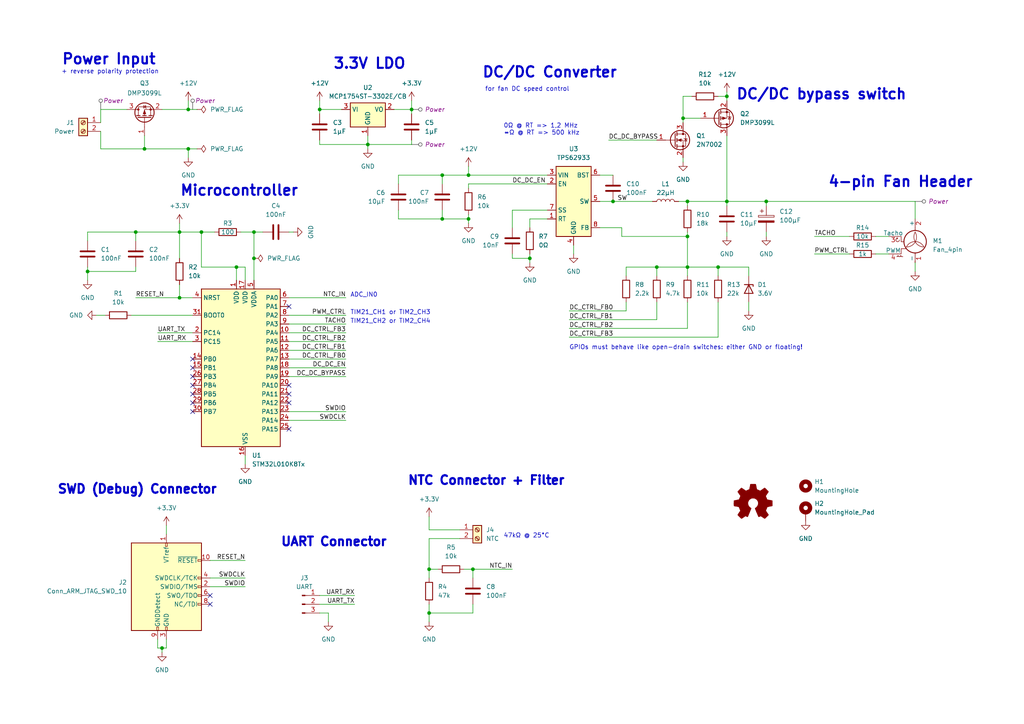
<source format=kicad_sch>
(kicad_sch (version 20230121) (generator eeschema)
  (paper "A4")
  (title_block (title "TinyFanControl") (date "2023-08-29") (rev "A") (company "© Thomas Kolb \"cfr34k\" 2023") (comment 1 "Licensed under CERN OHL 1.2"))
  (lib_symbols
    (symbol "Connector:Conn_01x03_Pin" (pin_names (offset 1.016) hide)
      (property "Reference" "J" (at 0 5.08 0))
      (property "Value" "Conn_01x03_Pin" (at 0 -5.08 0))
      (symbol "Conn_01x03_Pin_1_1"
        (pin passive line (at 5.08 2.54 180) (length 3.81) (name "Pin_1") (number "1"))
        (pin passive line (at 5.08 0 180) (length 3.81) (name "Pin_2") (number "2"))
        (pin passive line (at 5.08 -2.54 180) (length 3.81) (name "Pin_3") (number "3"))
      )
    )
    (symbol "Connector:Conn_ARM_JTAG_SWD_10" (pin_names (offset 1.016))
      (property "Reference" "J" (at -2.54 16.51 0))
      (property "Value" "Conn_ARM_JTAG_SWD_10" (at -2.54 13.97 0))
      (symbol "Conn_ARM_JTAG_SWD_10_1_1"
        (pin power_in line (at 0 15.24 270) (length 2.54) (name "VTref") (number "1"))
        (pin open_collector line (at 12.7 7.62 180) (length 2.54) (name "~{RESET}") (number "10"))
        (pin bidirectional line (at 12.7 0 180) (length 2.54) (name "SWDIO/TMS") (number "2"))
        (pin power_in line (at 0 -15.24 90) (length 2.54) (name "GND") (number "3"))
        (pin output line (at 12.7 2.54 180) (length 2.54) (name "SWDCLK/TCK") (number "4"))
        (pin passive line (at 0 -15.24 90) (length 2.54) hide (name "GND") (number "5"))
        (pin input line (at 12.7 -2.54 180) (length 2.54) (name "SWO/TDO") (number "6"))
        (pin no_connect line (at -10.16 0 0) (length 2.54) hide (name "KEY") (number "7"))
        (pin output line (at 12.7 -5.08 180) (length 2.54) (name "NC/TDI") (number "8"))
        (pin passive line (at -2.54 -15.24 90) (length 2.54) (name "GNDDetect") (number "9"))
      )
    )
    (symbol "Connector:Screw_Terminal_01x02" (pin_names (offset 1.016) hide)
      (property "Reference" "J" (at 0 2.54 0))
      (property "Value" "Screw_Terminal_01x02" (at 0 -5.08 0))
      (symbol "Screw_Terminal_01x02_1_1"
        (pin passive line (at -5.08 0 0) (length 3.81) (name "Pin_1") (number "1"))
        (pin passive line (at -5.08 -2.54 0) (length 3.81) (name "Pin_2") (number "2"))
      )
    )
    (symbol "Device:C" (pin_numbers hide) (pin_names (offset 0.254))
      (property "Reference" "C" (at 0.635 2.54 0))
      (property "Value" "C" (at 0.635 -2.54 0))
      (symbol "C_1_1"
        (pin passive line (at 0 3.81 270) (length 2.794) (name "~") (number "1"))
        (pin passive line (at 0 -3.81 90) (length 2.794) (name "~") (number "2"))
      )
    )
    (symbol "Device:C_Polarized" (pin_numbers hide) (pin_names (offset 0.254))
      (property "Reference" "C" (at 0.635 2.54 0))
      (property "Value" "C_Polarized" (at 0.635 -2.54 0))
      (symbol "C_Polarized_1_1"
        (pin passive line (at 0 3.81 270) (length 2.794) (name "~") (number "1"))
        (pin passive line (at 0 -3.81 90) (length 2.794) (name "~") (number "2"))
      )
    )
    (symbol "Device:D_Zener" (pin_numbers hide) (pin_names (offset 1.016) hide)
      (property "Reference" "D" (at 0 2.54 0))
      (property "Value" "D_Zener" (at 0 -2.54 0))
      (symbol "D_Zener_1_1"
        (pin passive line (at -3.81 0 0) (length 2.54) (name "K") (number "1"))
        (pin passive line (at 3.81 0 180) (length 2.54) (name "A") (number "2"))
      )
    )
    (symbol "Device:L" (pin_numbers hide) (pin_names (offset 1.016) hide)
      (property "Reference" "L" (at -1.27 0 90))
      (property "Value" "L" (at 1.905 0 90))
      (symbol "L_1_1"
        (pin passive line (at 0 3.81 270) (length 1.27) (name "1") (number "1"))
        (pin passive line (at 0 -3.81 90) (length 1.27) (name "2") (number "2"))
      )
    )
    (symbol "Device:R" (pin_numbers hide) (pin_names (offset 0))
      (property "Reference" "R" (at 2.032 0 90))
      (property "Value" "R" (at 0 0 90))
      (symbol "R_1_1"
        (pin passive line (at 0 3.81 270) (length 1.27) (name "~") (number "1"))
        (pin passive line (at 0 -3.81 90) (length 1.27) (name "~") (number "2"))
      )
    )
    (symbol "Graphic:Logo_Open_Hardware_Small" (in_bom no) (on_board no))
    (symbol "MCU_ST_STM32L0:STM32L010K8Tx"
      (property "Reference" "U" (at -10.16 24.13 0))
      (property "Value" "STM32L010K8Tx" (at 7.62 24.13 0))
      (symbol "STM32L010K8Tx_1_1"
        (pin power_in line (at 0 25.4 270) (length 2.54) (name "VDD") (number "1"))
        (pin bidirectional line (at 15.24 10.16 180) (length 2.54) (name "PA4") (number "10"))
        (pin bidirectional line (at 15.24 7.62 180) (length 2.54) (name "PA5") (number "11"))
        (pin bidirectional line (at 15.24 5.08 180) (length 2.54) (name "PA6") (number "12"))
        (pin bidirectional line (at 15.24 2.54 180) (length 2.54) (name "PA7") (number "13"))
        (pin bidirectional line (at -12.7 2.54 0) (length 2.54) (name "PB0") (number "14"))
        (pin bidirectional line (at -12.7 0 0) (length 2.54) (name "PB1") (number "15"))
        (pin power_in line (at 2.54 -25.4 90) (length 2.54) (name "VSS") (number "16"))
        (pin power_in line (at 2.54 25.4 270) (length 2.54) (name "VDD") (number "17"))
        (pin bidirectional line (at 15.24 0 180) (length 2.54) (name "PA8") (number "18"))
        (pin bidirectional line (at 15.24 -2.54 180) (length 2.54) (name "PA9") (number "19"))
        (pin bidirectional line (at -12.7 10.16 0) (length 2.54) (name "PC14") (number "2"))
        (pin bidirectional line (at 15.24 -5.08 180) (length 2.54) (name "PA10") (number "20"))
        (pin bidirectional line (at 15.24 -7.62 180) (length 2.54) (name "PA11") (number "21"))
        (pin bidirectional line (at 15.24 -10.16 180) (length 2.54) (name "PA12") (number "22"))
        (pin bidirectional line (at 15.24 -12.7 180) (length 2.54) (name "PA13") (number "23"))
        (pin bidirectional line (at 15.24 -15.24 180) (length 2.54) (name "PA14") (number "24"))
        (pin bidirectional line (at 15.24 -17.78 180) (length 2.54) (name "PA15") (number "25"))
        (pin bidirectional line (at -12.7 -2.54 0) (length 2.54) (name "PB3") (number "26"))
        (pin bidirectional line (at -12.7 -5.08 0) (length 2.54) (name "PB4") (number "27"))
        (pin bidirectional line (at -12.7 -7.62 0) (length 2.54) (name "PB5") (number "28"))
        (pin bidirectional line (at -12.7 -10.16 0) (length 2.54) (name "PB6") (number "29"))
        (pin bidirectional line (at -12.7 7.62 0) (length 2.54) (name "PC15") (number "3"))
        (pin bidirectional line (at -12.7 -12.7 0) (length 2.54) (name "PB7") (number "30"))
        (pin input line (at -12.7 15.24 0) (length 2.54) (name "BOOT0") (number "31"))
        (pin passive line (at 2.54 -25.4 90) (length 2.54) hide (name "VSS") (number "32"))
        (pin input line (at -12.7 20.32 0) (length 2.54) (name "NRST") (number "4"))
        (pin power_in line (at 5.08 25.4 270) (length 2.54) (name "VDDA") (number "5"))
        (pin bidirectional line (at 15.24 20.32 180) (length 2.54) (name "PA0") (number "6"))
        (pin bidirectional line (at 15.24 17.78 180) (length 2.54) (name "PA1") (number "7"))
        (pin bidirectional line (at 15.24 15.24 180) (length 2.54) (name "PA2") (number "8"))
        (pin bidirectional line (at 15.24 12.7 180) (length 2.54) (name "PA3") (number "9"))
      )
    )
    (symbol "Mechanical:MountingHole" (pin_names (offset 1.016))
      (property "Reference" "H" (at 0 5.08 0))
      (property "Value" "MountingHole" (at 0 3.175 0))
    )
    (symbol "Mechanical:MountingHole_Pad" (pin_numbers hide) (pin_names (offset 1.016) hide)
      (property "Reference" "H" (at 0 6.35 0))
      (property "Value" "MountingHole_Pad" (at 0 4.445 0))
      (symbol "MountingHole_Pad_1_1"
        (pin input line (at 0 -2.54 90) (length 2.54) (name "1") (number "1"))
      )
    )
    (symbol "Motor:Fan_4pin" (pin_names (offset 0))
      (property "Reference" "M" (at 2.54 5.08 0))
      (property "Value" "Fan_4pin" (at 2.54 -2.54 0))
      (symbol "Fan_4pin_1_1"
        (pin passive line (at 0 -5.08 90) (length 2.54) (name "-") (number "1"))
        (pin passive line (at 0 7.62 270) (length 2.54) (name "+") (number "2"))
        (pin passive line (at -7.62 2.54 0) (length 2.54) (name "Tacho") (number "3"))
        (pin input line (at -7.62 -2.54 0) (length 2.54) (name "PWM") (number "4"))
      )
    )
    (symbol "Regulator_Linear:MCP1754S-3302xCB"
      (property "Reference" "U" (at -3.81 3.175 0))
      (property "Value" "MCP1754S-3302xCB" (at -0.635 3.175 0))
      (symbol "MCP1754S-3302xCB_1_1"
        (pin power_in line (at 0 -7.62 90) (length 2.54) (name "GND") (number "1"))
        (pin power_out line (at 7.62 0 180) (length 2.54) (name "VO") (number "2"))
        (pin power_in line (at -7.62 0 0) (length 2.54) (name "VI") (number "3"))
      )
    )
    (symbol "Regulator_Switching:TPS62933"
      (property "Reference" "U" (at 0 13.97 0))
      (property "Value" "TPS62933" (at 0 11.43 0))
      (symbol "TPS62933_1_1"
        (pin passive line (at -7.62 -5.08 0) (length 2.54) (name "RT") (number "1"))
        (pin input line (at -7.62 5.08 0) (length 2.54) (name "EN") (number "2"))
        (pin power_in line (at -7.62 7.62 0) (length 2.54) (name "VIN") (number "3"))
        (pin power_in line (at 0 -12.7 90) (length 2.54) (name "GND") (number "4"))
        (pin output line (at 7.62 0 180) (length 2.54) (name "SW") (number "5"))
        (pin passive line (at 7.62 7.62 180) (length 2.54) (name "BST") (number "6"))
        (pin passive line (at -7.62 -2.54 0) (length 2.54) (name "SS") (number "7"))
        (pin input line (at 7.62 -7.62 180) (length 2.54) (name "FB") (number "8"))
      )
    )
    (symbol "Transistor_FET:2N7002" (pin_names hide)
      (property "Reference" "Q" (at 5.08 1.905 0))
      (property "Value" "2N7002" (at 5.08 0 0))
      (symbol "2N7002_1_1"
        (pin input line (at -5.08 0 0) (length 2.54) (name "G") (number "1"))
        (pin passive line (at 2.54 -5.08 90) (length 2.54) (name "S") (number "2"))
        (pin passive line (at 2.54 5.08 270) (length 2.54) (name "D") (number "3"))
      )
    )
    (symbol "Transistor_FET:DMP3099L" (pin_names hide)
      (property "Reference" "Q" (at 5.08 1.905 0))
      (property "Value" "DMP3099L" (at 5.08 0 0))
      (symbol "DMP3099L_1_1"
        (pin input line (at -5.08 0 0) (length 2.54) (name "G") (number "1"))
        (pin passive line (at 2.54 -5.08 90) (length 2.54) (name "S") (number "2"))
        (pin passive line (at 2.54 5.08 270) (length 2.54) (name "D") (number "3"))
      )
    )
    (symbol "power:+12V" (power) (pin_names (offset 0))
      (property "Value" "+12V" (at 0 3.556 0))
      (symbol "+12V_1_1"
        (pin power_in line (at 0 0 90) (length 0) hide (name "+12V") (number "1"))
      )
    )
    (symbol "power:+3.3V" (power) (pin_names (offset 0))
      (property "Value" "+3.3V" (at 0 3.556 0))
      (symbol "+3.3V_1_1"
        (pin power_in line (at 0 0 90) (length 0) hide (name "+3.3V") (number "1"))
      )
    )
    (symbol "power:GND" (power) (pin_names (offset 0))
      (property "Value" "GND" (at 0 -3.81 0))
      (symbol "GND_1_1"
        (pin power_in line (at 0 0 270) (length 0) hide (name "GND") (number "1"))
      )
    )
    (symbol "power:PWR_FLAG" (power) (pin_numbers hide) (pin_names (offset 0) hide)
      (property "Value" "PWR_FLAG" (at 0 3.81 0))
      (symbol "PWR_FLAG_0_0"
        (pin power_out line (at 0 0 90) (length 0) (name "pwr") (number "1"))
      )
    )
  )
  (junction (at 58.42 67.31))
  (junction (at 222.25 58.42))
  (junction (at 73.66 74.93))
  (junction (at 190.5 77.47))
  (junction (at 128.27 50.8))
  (junction (at 153.67 74.93))
  (junction (at 73.66 67.31))
  (junction (at 52.07 67.31))
  (junction (at 135.89 63.5))
  (junction (at 137.16 165.1))
  (junction (at 199.39 77.47))
  (junction (at 41.91 43.18))
  (junction (at 68.58 77.47))
  (junction (at 124.46 165.1))
  (junction (at 54.61 43.18))
  (junction (at 106.68 41.91))
  (junction (at 25.4 78.74))
  (junction (at 177.8 58.42))
  (junction (at 210.82 58.42))
  (junction (at 39.37 67.31))
  (junction (at 208.28 77.47))
  (junction (at 198.12 34.29))
  (junction (at 54.61 31.75))
  (junction (at 52.07 86.36))
  (junction (at 135.89 50.8))
  (junction (at 199.39 68.58))
  (junction (at 124.46 177.8))
  (junction (at 92.71 31.75))
  (junction (at 128.27 63.5))
  (junction (at 210.82 27.94))
  (junction (at 119.38 31.75))
  (junction (at 46.99 187.96))
  (junction (at 199.39 58.42))
  (no_connect (at 55.88 104.14))
  (no_connect (at 83.82 124.46))
  (no_connect (at 83.82 116.84))
  (no_connect (at 55.88 114.3))
  (no_connect (at 83.82 88.9))
  (no_connect (at 55.88 106.68))
  (no_connect (at 55.88 119.38))
  (no_connect (at 55.88 116.84))
  (no_connect (at 83.82 114.3))
  (no_connect (at 55.88 109.22))
  (no_connect (at 83.82 111.76))
  (no_connect (at 55.88 111.76))
  (no_connect (at 60.96 172.72))
  (no_connect (at 60.96 175.26))
  (wire (pts (xy 71.12 132.08) (xy 71.12 134.62)))
  (wire (pts (xy 71.12 77.47) (xy 71.12 81.28)))
  (wire (pts (xy 210.82 59.69) (xy 210.82 58.42)))
  (wire (pts (xy 83.82 99.06) (xy 100.33 99.06)))
  (wire (pts (xy 39.37 77.47) (xy 39.37 78.74)))
  (wire (pts (xy 137.16 165.1) (xy 137.16 167.64)))
  (wire (pts (xy 199.39 68.58) (xy 199.39 77.47)))
  (wire (pts (xy 52.07 64.77) (xy 52.07 67.31)))
  (wire (pts (xy 254 68.58) (xy 257.81 68.58)))
  (wire (pts (xy 148.59 74.93) (xy 153.67 74.93)))
  (wire (pts (xy 222.25 67.31) (xy 222.25 68.58)))
  (wire (pts (xy 217.17 80.01) (xy 217.17 77.47)))
  (wire (pts (xy 124.46 165.1) (xy 127 165.1)))
  (wire (pts (xy 124.46 177.8) (xy 124.46 175.26)))
  (wire (pts (xy 39.37 86.36) (xy 52.07 86.36)))
  (wire (pts (xy 165.1 90.17) (xy 181.61 90.17)))
  (wire (pts (xy 83.82 109.22) (xy 100.33 109.22)))
  (wire (pts (xy 83.82 101.6) (xy 100.33 101.6)))
  (wire (pts (xy 210.82 39.37) (xy 210.82 58.42)))
  (wire (pts (xy 190.5 87.63) (xy 190.5 92.71)))
  (wire (pts (xy 217.17 77.47) (xy 208.28 77.47)))
  (wire (pts (xy 165.1 92.71) (xy 190.5 92.71)))
  (wire (pts (xy 137.16 177.8) (xy 124.46 177.8)))
  (wire (pts (xy 39.37 67.31) (xy 52.07 67.31)))
  (wire (pts (xy 135.89 54.61) (xy 135.89 53.34)))
  (wire (pts (xy 92.71 29.21) (xy 92.71 31.75)))
  (wire (pts (xy 199.39 58.42) (xy 199.39 59.69)))
  (wire (pts (xy 198.12 27.94) (xy 200.66 27.94)))
  (wire (pts (xy 124.46 153.67) (xy 133.35 153.67)))
  (wire (pts (xy 95.25 177.8) (xy 95.25 180.34)))
  (wire (pts (xy 190.5 80.01) (xy 190.5 77.47)))
  (wire (pts (xy 148.59 66.04) (xy 148.59 60.96)))
  (wire (pts (xy 124.46 165.1) (xy 124.46 156.21)))
  (wire (pts (xy 29.21 43.18) (xy 41.91 43.18)))
  (wire (pts (xy 41.91 39.37) (xy 41.91 43.18)))
  (wire (pts (xy 83.82 93.98) (xy 100.33 93.98)))
  (wire (pts (xy 73.66 81.28) (xy 73.66 74.93)))
  (wire (pts (xy 135.89 48.26) (xy 135.89 50.8)))
  (wire (pts (xy 198.12 34.29) (xy 198.12 35.56)))
  (wire (pts (xy 52.07 67.31) (xy 52.07 74.93)))
  (wire (pts (xy 60.96 170.18) (xy 71.12 170.18)))
  (wire (pts (xy 173.99 50.8) (xy 177.8 50.8)))
  (wire (pts (xy 83.82 86.36) (xy 100.33 86.36)))
  (wire (pts (xy 128.27 60.96) (xy 128.27 63.5)))
  (wire (pts (xy 177.8 58.42) (xy 189.23 58.42)))
  (wire (pts (xy 106.68 41.91) (xy 92.71 41.91)))
  (wire (pts (xy 265.43 76.2) (xy 265.43 78.74)))
  (wire (pts (xy 60.96 162.56) (xy 71.12 162.56)))
  (wire (pts (xy 54.61 29.21) (xy 54.61 31.75)))
  (wire (pts (xy 68.58 77.47) (xy 68.58 81.28)))
  (wire (pts (xy 236.22 68.58) (xy 246.38 68.58)))
  (wire (pts (xy 25.4 77.47) (xy 25.4 78.74)))
  (wire (pts (xy 222.25 58.42) (xy 222.25 59.69)))
  (wire (pts (xy 54.61 43.18) (xy 54.61 45.72)))
  (wire (pts (xy 119.38 31.75) (xy 119.38 33.02)))
  (wire (pts (xy 69.85 67.31) (xy 73.66 67.31)))
  (wire (pts (xy 92.71 31.75) (xy 99.06 31.75)))
  (wire (pts (xy 106.68 39.37) (xy 106.68 41.91)))
  (wire (pts (xy 173.99 58.42) (xy 177.8 58.42)))
  (wire (pts (xy 29.21 31.75) (xy 36.83 31.75)))
  (wire (pts (xy 153.67 73.66) (xy 153.67 74.93)))
  (wire (pts (xy 180.34 68.58) (xy 199.39 68.58)))
  (wire (pts (xy 165.1 95.25) (xy 199.39 95.25)))
  (wire (pts (xy 83.82 119.38) (xy 100.33 119.38)))
  (wire (pts (xy 52.07 86.36) (xy 55.88 86.36)))
  (wire (pts (xy 181.61 77.47) (xy 190.5 77.47)))
  (wire (pts (xy 54.61 31.75) (xy 57.15 31.75)))
  (wire (pts (xy 115.57 60.96) (xy 115.57 63.5)))
  (wire (pts (xy 45.72 185.42) (xy 45.72 187.96)))
  (wire (pts (xy 148.59 73.66) (xy 148.59 74.93)))
  (wire (pts (xy 135.89 50.8) (xy 158.75 50.8)))
  (wire (pts (xy 208.28 77.47) (xy 208.28 80.01)))
  (wire (pts (xy 83.82 96.52) (xy 100.33 96.52)))
  (wire (pts (xy 41.91 43.18) (xy 54.61 43.18)))
  (wire (pts (xy 176.53 40.64) (xy 190.5 40.64)))
  (wire (pts (xy 180.34 68.58) (xy 180.34 66.04)))
  (wire (pts (xy 83.82 106.68) (xy 100.33 106.68)))
  (wire (pts (xy 198.12 45.72) (xy 198.12 46.99)))
  (wire (pts (xy 199.39 77.47) (xy 208.28 77.47)))
  (wire (pts (xy 199.39 87.63) (xy 199.39 95.25)))
  (wire (pts (xy 39.37 67.31) (xy 39.37 69.85)))
  (wire (pts (xy 83.82 67.31) (xy 85.09 67.31)))
  (wire (pts (xy 137.16 175.26) (xy 137.16 177.8)))
  (wire (pts (xy 83.82 121.92) (xy 100.33 121.92)))
  (wire (pts (xy 46.99 31.75) (xy 54.61 31.75)))
  (wire (pts (xy 181.61 80.01) (xy 181.61 77.47)))
  (wire (pts (xy 73.66 67.31) (xy 76.2 67.31)))
  (wire (pts (xy 153.67 63.5) (xy 158.75 63.5)))
  (wire (pts (xy 48.26 187.96) (xy 48.26 185.42)))
  (wire (pts (xy 60.96 167.64) (xy 71.12 167.64)))
  (wire (pts (xy 190.5 77.47) (xy 199.39 77.47)))
  (wire (pts (xy 210.82 67.31) (xy 210.82 68.58)))
  (wire (pts (xy 29.21 31.75) (xy 29.21 35.56)))
  (wire (pts (xy 58.42 67.31) (xy 52.07 67.31)))
  (wire (pts (xy 124.46 177.8) (xy 124.46 180.34)))
  (wire (pts (xy 58.42 67.31) (xy 62.23 67.31)))
  (wire (pts (xy 128.27 63.5) (xy 135.89 63.5)))
  (wire (pts (xy 210.82 27.94) (xy 210.82 29.21)))
  (wire (pts (xy 119.38 41.91) (xy 106.68 41.91)))
  (wire (pts (xy 92.71 175.26) (xy 102.87 175.26)))
  (wire (pts (xy 68.58 77.47) (xy 58.42 77.47)))
  (wire (pts (xy 180.34 66.04) (xy 173.99 66.04)))
  (wire (pts (xy 73.66 74.93) (xy 73.66 67.31)))
  (wire (pts (xy 236.22 73.66) (xy 246.38 73.66)))
  (wire (pts (xy 119.38 40.64) (xy 119.38 41.91)))
  (wire (pts (xy 196.85 58.42) (xy 199.39 58.42)))
  (wire (pts (xy 45.72 187.96) (xy 46.99 187.96)))
  (wire (pts (xy 199.39 58.42) (xy 210.82 58.42)))
  (wire (pts (xy 165.1 97.79) (xy 208.28 97.79)))
  (wire (pts (xy 124.46 149.86) (xy 124.46 153.67)))
  (wire (pts (xy 83.82 104.14) (xy 100.33 104.14)))
  (wire (pts (xy 25.4 78.74) (xy 39.37 78.74)))
  (wire (pts (xy 45.72 99.06) (xy 55.88 99.06)))
  (wire (pts (xy 38.1 91.44) (xy 55.88 91.44)))
  (wire (pts (xy 92.71 33.02) (xy 92.71 31.75)))
  (wire (pts (xy 199.39 77.47) (xy 199.39 80.01)))
  (wire (pts (xy 265.43 58.42) (xy 265.43 63.5)))
  (wire (pts (xy 166.37 71.12) (xy 166.37 73.66)))
  (wire (pts (xy 128.27 50.8) (xy 135.89 50.8)))
  (wire (pts (xy 208.28 87.63) (xy 208.28 97.79)))
  (wire (pts (xy 135.89 63.5) (xy 135.89 64.77)))
  (wire (pts (xy 92.71 177.8) (xy 95.25 177.8)))
  (wire (pts (xy 135.89 62.23) (xy 135.89 63.5)))
  (wire (pts (xy 115.57 63.5) (xy 128.27 63.5)))
  (wire (pts (xy 153.67 66.04) (xy 153.67 63.5)))
  (wire (pts (xy 92.71 172.72) (xy 102.87 172.72)))
  (wire (pts (xy 137.16 165.1) (xy 148.59 165.1)))
  (wire (pts (xy 135.89 53.34) (xy 158.75 53.34)))
  (wire (pts (xy 106.68 41.91) (xy 106.68 43.18)))
  (wire (pts (xy 181.61 87.63) (xy 181.61 90.17)))
  (wire (pts (xy 25.4 67.31) (xy 39.37 67.31)))
  (wire (pts (xy 124.46 167.64) (xy 124.46 165.1)))
  (wire (pts (xy 58.42 77.47) (xy 58.42 67.31)))
  (wire (pts (xy 115.57 53.34) (xy 115.57 50.8)))
  (wire (pts (xy 27.94 91.44) (xy 30.48 91.44)))
  (wire (pts (xy 48.26 152.4) (xy 48.26 154.94)))
  (wire (pts (xy 45.72 96.52) (xy 55.88 96.52)))
  (wire (pts (xy 46.99 187.96) (xy 46.99 189.23)))
  (wire (pts (xy 153.67 74.93) (xy 153.67 76.2)))
  (wire (pts (xy 217.17 87.63) (xy 217.17 90.17)))
  (wire (pts (xy 222.25 58.42) (xy 265.43 58.42)))
  (wire (pts (xy 54.61 43.18) (xy 57.15 43.18)))
  (wire (pts (xy 29.21 43.18) (xy 29.21 38.1)))
  (wire (pts (xy 128.27 53.34) (xy 128.27 50.8)))
  (wire (pts (xy 115.57 50.8) (xy 128.27 50.8)))
  (wire (pts (xy 25.4 78.74) (xy 25.4 81.28)))
  (wire (pts (xy 46.99 187.96) (xy 48.26 187.96)))
  (wire (pts (xy 134.62 165.1) (xy 137.16 165.1)))
  (wire (pts (xy 114.3 31.75) (xy 119.38 31.75)))
  (wire (pts (xy 254 73.66) (xy 257.81 73.66)))
  (wire (pts (xy 210.82 26.67) (xy 210.82 27.94)))
  (wire (pts (xy 68.58 77.47) (xy 71.12 77.47)))
  (wire (pts (xy 92.71 41.91) (xy 92.71 40.64)))
  (wire (pts (xy 210.82 58.42) (xy 222.25 58.42)))
  (wire (pts (xy 198.12 34.29) (xy 198.12 27.94)))
  (wire (pts (xy 199.39 67.31) (xy 199.39 68.58)))
  (wire (pts (xy 148.59 60.96) (xy 158.75 60.96)))
  (wire (pts (xy 83.82 91.44) (xy 100.33 91.44)))
  (wire (pts (xy 25.4 67.31) (xy 25.4 69.85)))
  (wire (pts (xy 124.46 156.21) (xy 133.35 156.21)))
  (wire (pts (xy 208.28 27.94) (xy 210.82 27.94)))
  (wire (pts (xy 52.07 82.55) (xy 52.07 86.36)))
  (wire (pts (xy 198.12 34.29) (xy 203.2 34.29)))
  (wire (pts (xy 119.38 29.21) (xy 119.38 31.75)))
  (text "Power Input" (at 17.78 19.05 0) (effects (font (size 3 3) (thickness 0.6) bold) (justify left bottom)))
  (text "TIM21_CH2 or TIM2_CH4\n" (at 101.6 93.98 0) (effects (font (size 1.27 1.27)) (justify left bottom)))
  (text "3.3V LDO" (at 96.52 20.32 0) (effects (font (size 3 3) (thickness 0.6) bold) (justify left bottom)))
  (text "ADC_IN0" (at 101.6 86.36 0) (effects (font (size 1.27 1.27)) (justify left bottom)))
  (text "4-pin Fan Header" (at 240.03 54.61 0) (effects (font (size 3 3) (thickness 0.6) bold) (justify left bottom)))
  (text "Microcontroller" (at 52.07 57.15 0) (effects (font (size 3 3) (thickness 0.6) bold) (justify left bottom)))
  (text "0Ω @ RT => 1,2 MHz\n∞Ω @ RT => 500 kHz" (at 146.05 39.37 0) (effects (font (size 1.27 1.27)) (justify left bottom)))
  (text "UART Connector" (at 81.28 158.75 0) (effects (font (size 2.54 2.54) (thickness 0.6) bold) (justify left bottom)))
  (text " for fan DC speed control" (at 139.7 26.67 0) (effects (font (size 1.27 1.27)) (justify left bottom)))
  (text "TIM21_CH1 or TIM2_CH3" (at 101.6 91.44 0) (effects (font (size 1.27 1.27)) (justify left bottom)))
  (text "DC/DC bypass switch" (at 213.36 29.21 0) (effects (font (size 3 3) (thickness 0.6) bold) (justify left bottom)))
  (text "DC/DC Converter" (at 139.7 22.86 0) (effects (font (size 3 3) (thickness 0.6) bold) (justify left bottom)))
  (text "47kΩ @ 25°C" (at 146.05 156.21 0) (effects (font (size 1.27 1.27)) (justify left bottom)))
  (text "GPIOs must behave like open-drain switches: either GND or floating!" (at 165.1 101.6 0) (effects (font (size 1.27 1.27)) (justify left bottom)))
  (text "NTC Connector + Filter" (at 118.11 140.97 0) (effects (font (size 2.54 2.54) (thickness 0.6) bold) (justify left bottom)))
  (text "SWD (Debug) Connector" (at 16.51 143.51 0) (effects (font (size 2.54 2.54) (thickness 0.6) bold) (justify left bottom)))
  (text "+ reverse polarity protection" (at 17.78 21.59 0) (effects (font (size 1.27 1.27)) (justify left bottom)))
  (label "DC_DC_EN" (at 148.59 53.34 0))
  (label "DC_DC_EN" (at 100.33 106.68 180))
  (label "DC_CTRL_FB3" (at 165.1 97.79 0))
  (label "SW" (at 179.07 58.42 0))
  (label "NTC_IN" (at 100.33 86.36 180))
  (label "DC_DC_BYPASS" (at 100.33 109.22 180))
  (label "DC_CTRL_FB1" (at 100.33 101.6 180))
  (label "DC_CTRL_FB1" (at 165.1 92.71 0))
  (label "RESET_N" (at 71.12 162.56 180))
  (label "RESET_N" (at 39.37 86.36 0))
  (label "SWDCLK" (at 100.33 121.92 180))
  (label "PWM_CTRL" (at 100.33 91.44 180))
  (label "TACHO" (at 236.22 68.58 0))
  (label "DC_CTRL_FB0" (at 100.33 104.14 180))
  (label "SWDIO" (at 100.33 119.38 180))
  (label "SWDCLK" (at 71.12 167.64 180))
  (label "PWM_CTRL" (at 236.22 73.66 0))
  (label "UART_RX" (at 45.72 99.06 0))
  (label "DC_CTRL_FB3" (at 100.33 96.52 180))
  (label "DC_CTRL_FB0" (at 165.1 90.17 0))
  (label "SWDIO" (at 71.12 170.18 180))
  (label "UART_TX" (at 45.72 96.52 0))
  (label "UART_RX" (at 102.87 172.72 180))
  (label "NTC_IN" (at 148.59 165.1 180))
  (label "DC_CTRL_FB2" (at 165.1 95.25 0))
  (label "DC_CTRL_FB2" (at 100.33 99.06 180))
  (label "TACHO" (at 100.33 93.98 180))
  (label "DC_DC_BYPASS" (at 176.53 40.64 0))
  (label "UART_TX" (at 102.87 175.26 180))
  (netclass_flag "" (length 2.54) (shape round) (at 265.43 58.42 270) (property "Netclass" "Power" (at 269.24 58.42 0) (effects (font italic) (justify left))))
  (netclass_flag "" (length 2.54) (shape round) (at 29.21 31.75 0) (property "Netclass" "Power" (at 29.9085 29.21 0) (effects (font italic) (justify left))))
  (netclass_flag "" (length 2.54) (shape round) (at 55.88 31.75 0) (property "Netclass" "Power" (at 56.5785 29.21 0) (effects (font italic) (justify left))))
  (netclass_flag "" (length 2.54) (shape round) (at 119.38 31.75 270) (property "Netclass" "Power" (at 123.19 31.75 0) (effects (font italic) (justify left))))
  (netclass_flag "" (length 2.54) (shape round) (at 119.38 41.91 270) (property "Netclass" "Power" (at 123.19 41.91 0) (effects (font italic) (justify left))))
  (symbol (lib_id "power:GND") (at 217.17 90.17 0) (unit 1)
    (property "Reference" "#PWR023" (effects hide))
    (property "Value" "GND" (at 217.17 95.25 0))
  )
  (symbol (lib_id "Connector:Conn_01x03_Pin") (at 87.63 175.26 0) (unit 1)
    (property "Reference" "J3" (at 88.265 167.64 0))
    (property "Value" "UART" (at 88.265 170.18 0))
    (property "Footprint" "Connector_PinHeader_2.54mm:PinHeader_1x03_P2.54mm_Vertical" (effects hide))
  )
  (symbol (lib_id "power:+3.3V") (at 124.46 149.86 0) (unit 1)
    (property "Reference" "#PWR014" (effects hide))
    (property "Value" "+3.3V" (at 124.46 144.78 0))
  )
  (symbol (lib_id "Mechanical:MountingHole") (at 233.68 140.97 0) (unit 1)
    (property "Reference" "H1" (at 236.22 139.7 0) (effects (justify left)))
    (property "Value" "MountingHole" (at 236.22 142.24 0) (effects (justify left)))
    (property "Footprint" "MountingHole:MountingHole_3.2mm_M3" (effects hide))
  )
  (symbol (lib_id "power:+3.3V") (at 119.38 29.21 0) (unit 1)
    (property "Reference" "#PWR012" (effects hide))
    (property "Value" "+3.3V" (at 119.38 24.13 0))
  )
  (symbol (lib_id "Device:R") (at 124.46 171.45 0) (unit 1)
    (property "Reference" "R4" (at 127 170.18 0) (effects (justify left)))
    (property "Value" "47k" (at 127 172.72 0) (effects (justify left)))
    (property "Footprint" "Resistor_SMD:R_0603_1608Metric" (effects hide))
  )
  (symbol (lib_id "Device:C") (at 25.4 73.66 0) (unit 1)
    (property "Reference" "C1" (at 29.21 72.39 0) (effects (justify left)))
    (property "Value" "100nF" (at 29.21 74.93 0) (effects (justify left)))
    (property "Footprint" "Capacitor_SMD:C_0603_1608Metric" (effects hide))
  )
  (symbol (lib_id "Device:C") (at 115.57 57.15 0) (mirror y) (unit 1)
    (property "Reference" "C6" (at 111.76 55.88 0) (effects (justify left)))
    (property "Value" "10μF" (at 111.76 58.42 0) (effects (justify left)))
    (property "Footprint" "Capacitor_SMD:C_0805_2012Metric" (effects hide))
  )
  (symbol (lib_id "Regulator_Switching:TPS62933") (at 166.37 58.42 0) (unit 1)
    (property "Reference" "U3" (at 166.37 43.18 0))
    (property "Value" "TPS62933" (at 166.37 45.72 0))
    (property "Footprint" "Package_TO_SOT_SMD:SOT-583-8" (effects hide))
    (property "Datasheet" "https://www.ti.com/lit/ds/symlink/tps62933.pdf" (effects hide))
  )
  (symbol (lib_id "Device:C") (at 39.37 73.66 0) (unit 1)
    (property "Reference" "C2" (at 43.18 72.39 0) (effects (justify left)))
    (property "Value" "100nF" (at 43.18 74.93 0) (effects (justify left)))
    (property "Footprint" "Capacitor_SMD:C_0603_1608Metric" (effects hide))
  )
  (symbol (lib_id "power:GND") (at 85.09 67.31 90) (unit 1)
    (property "Reference" "#PWR011" (effects hide))
    (property "Value" "GND" (at 90.17 67.31 0))
  )
  (symbol (lib_id "Device:R") (at 66.04 67.31 90) (unit 1)
    (property "Reference" "R3" (at 66.04 64.77 90))
    (property "Value" "100" (at 66.04 67.31 90))
    (property "Footprint" "Resistor_SMD:R_0603_1608Metric" (effects hide))
  )
  (symbol (lib_id "Transistor_FET:DMP3099L") (at 208.28 34.29 0) (mirror x) (unit 1)
    (property "Reference" "Q2" (at 214.63 33.02 0) (effects (justify left)))
    (property "Value" "DMP3099L" (at 214.63 35.56 0) (effects (justify left)))
    (property "Footprint" "Package_TO_SOT_SMD:SOT-23" (effects hide))
    (property "Datasheet" "http://www.vishay.com/docs/70209/70209.pdf" (effects hide))
  )
  (symbol (lib_id "Device:C") (at 210.82 63.5 0) (unit 1)
    (property "Reference" "C11" (at 214.63 62.23 0) (effects (justify left)))
    (property "Value" "10μF" (at 214.63 64.77 0) (effects (justify left)))
    (property "Footprint" "Capacitor_SMD:C_0805_2012Metric" (effects hide))
  )
  (symbol (lib_id "Device:C") (at 80.01 67.31 270) (unit 1)
    (property "Reference" "C4" (at 80.01 59.69 90))
    (property "Value" "100nF" (at 80.01 62.23 90))
    (property "Footprint" "Capacitor_SMD:C_0603_1608Metric" (effects hide))
  )
  (symbol (lib_id "Device:R") (at 190.5 83.82 0) (unit 1)
    (property "Reference" "R9" (at 193.04 82.55 0) (effects (justify left)))
    (property "Value" "4.7k" (at 193.04 85.09 0) (effects (justify left)))
    (property "Footprint" "Resistor_SMD:R_0603_1608Metric" (effects hide))
  )
  (symbol (lib_id "Graphic:Logo_Open_Hardware_Small") (at 218.44 146.05 0) (unit 1) (in_bom no) (on_board no)
    (property "Reference" "#SYM1" (effects hide))
    (property "Value" "Logo_Open_Hardware_Small" (effects hide))
    (property "Footprint" "Symbol:OSHW-Logo2_7.3x6mm_SilkScreen" (effects hide))
    (property "Sim.Enable" "0" (effects hide))
  )
  (symbol (lib_id "power:GND") (at 124.46 180.34 0) (unit 1)
    (property "Reference" "#PWR015" (effects hide))
    (property "Value" "GND" (at 124.46 185.42 0))
  )
  (symbol (lib_id "Device:C_Polarized") (at 222.25 63.5 0) (unit 1)
    (property "Reference" "C12" (at 226.06 61.341 0) (effects (justify left)))
    (property "Value" "100μF" (at 226.06 63.881 0) (effects (justify left)))
    (property "Footprint" "Capacitor_THT:CP_Radial_D10.0mm_P5.00mm" (effects hide))
  )
  (symbol (lib_id "Device:R") (at 34.29 91.44 270) (unit 1)
    (property "Reference" "R1" (at 34.29 85.09 90))
    (property "Value" "10k" (at 34.29 87.63 90))
    (property "Footprint" "Resistor_SMD:R_0603_1608Metric" (effects hide))
  )
  (symbol (lib_id "power:+12V") (at 210.82 26.67 0) (unit 1)
    (property "Reference" "#PWR021" (effects hide))
    (property "Value" "+12V" (at 210.82 21.59 0))
  )
  (symbol (lib_id "power:GND") (at 54.61 45.72 0) (unit 1)
    (property "Reference" "#PWR04" (effects hide))
    (property "Value" "GND" (at 54.61 50.8 0))
  )
  (symbol (lib_id "power:GND") (at 153.67 76.2 0) (unit 1)
    (property "Reference" "#PWR018" (effects hide))
    (property "Value" "GND" (at 153.67 81.28 0))
  )
  (symbol (lib_id "Transistor_FET:2N7002") (at 195.58 40.64 0) (unit 1)
    (property "Reference" "Q1" (at 201.93 39.37 0) (effects (justify left)))
    (property "Value" "2N7002" (at 201.93 41.91 0) (effects (justify left)))
    (property "Footprint" "Package_TO_SOT_SMD:SOT-23" (effects hide))
    (property "Datasheet" "https://www.onsemi.com/pub/Collateral/NDS7002A-D.PDF" (effects hide))
  )
  (symbol (lib_id "Device:R") (at 130.81 165.1 270) (unit 1)
    (property "Reference" "R5" (at 130.81 158.75 90))
    (property "Value" "10k" (at 130.81 161.29 90))
    (property "Footprint" "Resistor_SMD:R_0603_1608Metric" (effects hide))
  )
  (symbol (lib_id "Device:R") (at 199.39 83.82 0) (unit 1)
    (property "Reference" "R11" (at 201.93 82.55 0) (effects (justify left)))
    (property "Value" "10k" (at 201.93 85.09 0) (effects (justify left)))
    (property "Footprint" "Resistor_SMD:R_0603_1608Metric" (effects hide))
  )
  (symbol (lib_id "power:+12V") (at 92.71 29.21 0) (unit 1)
    (property "Reference" "#PWR08" (effects hide))
    (property "Value" "+12V" (at 92.71 24.13 0))
  )
  (symbol (lib_id "power:GND") (at 135.89 64.77 0) (unit 1)
    (property "Reference" "#PWR017" (effects hide))
    (property "Value" "GND" (at 135.89 69.85 0))
  )
  (symbol (lib_id "Device:R") (at 135.89 58.42 0) (unit 1)
    (property "Reference" "R6" (at 138.43 57.15 0) (effects (justify left)))
    (property "Value" "10k" (at 138.43 59.69 0) (effects (justify left)))
    (property "Footprint" "Resistor_SMD:R_0603_1608Metric" (effects hide))
  )
  (symbol (lib_id "Device:C") (at 148.59 69.85 0) (mirror y) (unit 1)
    (property "Reference" "C9" (at 144.78 68.58 0) (effects (justify left)))
    (property "Value" "10nF" (at 144.78 71.12 0) (effects (justify left)))
    (property "Footprint" "Capacitor_SMD:C_0603_1608Metric" (effects hide))
  )
  (symbol (lib_id "Connector:Screw_Terminal_01x02") (at 24.13 35.56 0) (mirror y) (unit 1)
    (property "Reference" "J1" (at 21.59 35.56 0) (effects (justify left)))
    (property "Value" "Power" (at 21.59 38.1 0) (effects (justify left)))
    (property "Footprint" "TerminalBlock_RND:TerminalBlock_RND_205-00045_1x02_P5.00mm_Horizontal" (effects hide))
  )
  (symbol (lib_id "Motor:Fan_4pin") (at 265.43 71.12 0) (unit 1)
    (property "Reference" "M1" (at 270.51 69.85 0) (effects (justify left)))
    (property "Value" "Fan_4pin" (at 270.51 72.39 0) (effects (justify left)))
    (property "Footprint" "Connector:FanPinHeader_1x04_P2.54mm_Vertical" (effects hide))
    (property "Datasheet" "http://www.formfactors.org/developer%5Cspecs%5Crev1_2_public.pdf" (effects hide))
    (property "Part Number" "Molex 47053-1000" (effects hide))
  )
  (symbol (lib_id "power:PWR_FLAG") (at 57.15 31.75 270) (unit 1)
    (property "Reference" "#FLG01" (effects hide))
    (property "Value" "PWR_FLAG" (at 60.96 31.75 90) (effects (justify left)))
  )
  (symbol (lib_id "power:GND") (at 233.68 151.13 0) (unit 1)
    (property "Reference" "#PWR025" (effects hide))
    (property "Value" "GND" (at 233.68 156.21 0))
  )
  (symbol (lib_id "power:GND") (at 95.25 180.34 0) (unit 1)
    (property "Reference" "#PWR013" (effects hide))
    (property "Value" "GND" (at 95.25 185.42 0))
  )
  (symbol (lib_id "Device:R") (at 153.67 69.85 0) (unit 1)
    (property "Reference" "R7" (at 156.21 68.58 0) (effects (justify left)))
    (property "Value" "0Ω" (at 156.21 71.12 0) (effects (justify left)))
    (property "Footprint" "Resistor_SMD:R_0603_1608Metric" (effects hide))
  )
  (symbol (lib_id "power:+3.3V") (at 52.07 64.77 0) (unit 1)
    (property "Reference" "#PWR07" (effects hide))
    (property "Value" "+3.3V" (at 52.07 59.69 0))
  )
  (symbol (lib_id "Device:C") (at 177.8 54.61 0) (unit 1)
    (property "Reference" "C10" (at 181.61 53.34 0) (effects (justify left)))
    (property "Value" "100nF" (at 181.61 55.88 0) (effects (justify left)))
    (property "Footprint" "Capacitor_SMD:C_0603_1608Metric" (effects hide))
  )
  (symbol (lib_id "power:GND") (at 198.12 46.99 0) (unit 1)
    (property "Reference" "#PWR020" (effects hide))
    (property "Value" "GND" (at 198.12 52.07 0))
  )
  (symbol (lib_id "Device:R") (at 204.47 27.94 90) (unit 1)
    (property "Reference" "R12" (at 204.47 21.59 90))
    (property "Value" "10k" (at 204.47 24.13 90))
    (property "Footprint" "Resistor_SMD:R_0603_1608Metric" (effects hide))
  )
  (symbol (lib_id "Mechanical:MountingHole_Pad") (at 233.68 148.59 0) (unit 1)
    (property "Reference" "H2" (at 236.22 146.05 0) (effects (justify left)))
    (property "Value" "MountingHole_Pad" (at 236.22 148.59 0) (effects (justify left)))
    (property "Footprint" "MountingHole:MountingHole_3.2mm_M3_Pad" (effects hide))
  )
  (symbol (lib_id "Device:R") (at 52.07 78.74 0) (unit 1)
    (property "Reference" "R2" (at 54.61 77.47 0) (effects (justify left)))
    (property "Value" "10k" (at 54.61 80.01 0) (effects (justify left)))
    (property "Footprint" "Resistor_SMD:R_0603_1608Metric" (effects hide))
  )
  (symbol (lib_id "power:PWR_FLAG") (at 73.66 74.93 270) (unit 1)
    (property "Reference" "#FLG03" (effects hide))
    (property "Value" "PWR_FLAG" (at 77.47 74.93 90) (effects (justify left)))
  )
  (symbol (lib_id "power:GND") (at 222.25 68.58 0) (unit 1)
    (property "Reference" "#PWR024" (effects hide))
    (property "Value" "GND" (at 222.25 73.66 0))
  )
  (symbol (lib_id "power:GND") (at 27.94 91.44 270) (unit 1)
    (property "Reference" "#PWR02" (effects hide))
    (property "Value" "GND" (at 24.13 91.44 90) (effects (justify right)))
  )
  (symbol (lib_id "power:GND") (at 106.68 43.18 0) (unit 1)
    (property "Reference" "#PWR010" (effects hide))
    (property "Value" "GND" (at 106.68 48.26 0))
  )
  (symbol (lib_id "Device:R") (at 250.19 68.58 90) (unit 1)
    (property "Reference" "R14" (at 250.19 66.04 90))
    (property "Value" "10k" (at 250.19 68.58 90))
    (property "Footprint" "Resistor_SMD:R_0603_1608Metric" (effects hide))
  )
  (symbol (lib_id "Transistor_FET:DMP3099L") (at 41.91 34.29 90) (unit 1)
    (property "Reference" "Q3" (at 41.91 24.13 90))
    (property "Value" "DMP3099L" (at 41.91 26.9926 90))
    (property "Footprint" "Package_TO_SOT_SMD:SOT-23" (effects hide))
    (property "Datasheet" "http://www.vishay.com/docs/70209/70209.pdf" (effects hide))
  )
  (symbol (lib_id "Device:R") (at 181.61 83.82 0) (unit 1)
    (property "Reference" "R8" (at 184.15 82.55 0) (effects (justify left)))
    (property "Value" "2.2k" (at 184.15 85.09 0) (effects (justify left)))
    (property "Footprint" "Resistor_SMD:R_0603_1608Metric" (effects hide))
  )
  (symbol (lib_id "power:PWR_FLAG") (at 57.15 43.18 270) (unit 1)
    (property "Reference" "#FLG02" (effects hide))
    (property "Value" "PWR_FLAG" (at 60.96 43.18 90) (effects (justify left)))
  )
  (symbol (lib_id "power:+12V") (at 54.61 29.21 0) (unit 1)
    (property "Reference" "#PWR03" (effects hide))
    (property "Value" "+12V" (at 54.61 24.13 0))
  )
  (symbol (lib_id "power:+12V") (at 135.89 48.26 0) (unit 1)
    (property "Reference" "#PWR016" (effects hide))
    (property "Value" "+12V" (at 135.89 43.18 0))
  )
  (symbol (lib_id "Device:R") (at 250.19 73.66 90) (unit 1)
    (property "Reference" "R15" (at 250.19 71.12 90))
    (property "Value" "1k" (at 250.19 73.66 90))
    (property "Footprint" "Resistor_SMD:R_0603_1608Metric" (effects hide))
  )
  (symbol (lib_id "Device:L") (at 193.04 58.42 90) (unit 1)
    (property "Reference" "L1" (at 193.04 53.34 90))
    (property "Value" "22μH" (at 193.04 55.88 90))
    (property "Footprint" "Inductor_SMD:L_1210_3225Metric" (effects hide))
    (property "Part Number" "LQH32PH220MNCL" (effects hide))
  )
  (symbol (lib_id "MCU_ST_STM32L0:STM32L010K8Tx") (at 68.58 106.68 0) (unit 1)
    (property "Reference" "U1" (at 73.0759 132.08 0) (effects (justify left)))
    (property "Value" "STM32L010K8Tx" (at 73.0759 134.62 0) (effects (justify left)))
    (property "Footprint" "Package_QFP:LQFP-32_7x7mm_P0.8mm" (effects hide))
    (property "Datasheet" "https://www.st.com/resource/en/datasheet/stm32l010k8.pdf" (effects hide))
  )
  (symbol (lib_id "power:GND") (at 265.43 78.74 0) (unit 1)
    (property "Reference" "#PWR026" (effects hide))
    (property "Value" "GND" (at 265.43 83.82 0))
  )
  (symbol (lib_id "power:GND") (at 71.12 134.62 0) (unit 1)
    (property "Reference" "#PWR09" (effects hide))
    (property "Value" "GND" (at 71.12 139.7 0))
  )
  (symbol (lib_id "power:+3.3V") (at 48.26 152.4 0) (unit 1)
    (property "Reference" "#PWR06" (effects hide))
    (property "Value" "+3.3V" (at 48.26 147.32 0))
  )
  (symbol (lib_id "power:GND") (at 210.82 68.58 0) (unit 1)
    (property "Reference" "#PWR022" (effects hide))
    (property "Value" "GND" (at 210.82 73.66 0))
  )
  (symbol (lib_id "Connector:Conn_ARM_JTAG_SWD_10") (at 48.26 170.18 0) (unit 1)
    (property "Reference" "J2" (at 36.83 168.91 0) (effects (justify right)))
    (property "Value" "Conn_ARM_JTAG_SWD_10" (at 36.83 171.45 0) (effects (justify right)))
    (property "Footprint" "Connector_PinHeader_1.27mm:PinHeader_2x05_P1.27mm_Vertical_SMD" (effects hide))
    (property "Datasheet" "http://infocenter.arm.com/help/topic/com.arm.doc.ddi0314h/DDI0314H_coresight_components_trm.pdf" (effects hide))
  )
  (symbol (lib_id "Device:C") (at 119.38 36.83 0) (unit 1)
    (property "Reference" "C5" (at 123.19 35.56 0) (effects (justify left)))
    (property "Value" "1μF" (at 123.19 38.1 0) (effects (justify left)))
    (property "Footprint" "Capacitor_SMD:C_0805_2012Metric" (effects hide))
  )
  (symbol (lib_id "Regulator_Linear:MCP1754S-3302xCB") (at 106.68 31.75 0) (unit 1)
    (property "Reference" "U2" (at 106.68 25.4 0))
    (property "Value" "MCP1754ST-3302E/CB" (at 106.68 27.94 0))
    (property "Footprint" "Package_TO_SOT_SMD:SOT-23" (effects hide))
    (property "Datasheet" "http://ww1.microchip.com/downloads/en/DeviceDoc/20002276C.pdf" (effects hide))
  )
  (symbol (lib_id "Device:C") (at 92.71 36.83 0) (unit 1)
    (property "Reference" "C3" (at 96.52 35.56 0) (effects (justify left)))
    (property "Value" "1μF" (at 96.52 38.1 0) (effects (justify left)))
    (property "Footprint" "Capacitor_SMD:C_0805_2012Metric" (effects hide))
  )
  (symbol (lib_id "power:GND") (at 166.37 73.66 0) (unit 1)
    (property "Reference" "#PWR019" (effects hide))
    (property "Value" "GND" (at 166.37 78.74 0))
  )
  (symbol (lib_id "power:GND") (at 46.99 189.23 0) (unit 1)
    (property "Reference" "#PWR05" (effects hide))
    (property "Value" "GND" (at 46.99 194.31 0))
  )
  (symbol (lib_id "Device:R") (at 208.28 83.82 0) (unit 1)
    (property "Reference" "R13" (at 210.82 82.55 0) (effects (justify left)))
    (property "Value" "22k" (at 210.82 85.09 0) (effects (justify left)))
    (property "Footprint" "Resistor_SMD:R_0603_1608Metric" (effects hide))
  )
  (symbol (lib_id "Connector:Screw_Terminal_01x02") (at 138.43 153.67 0) (unit 1)
    (property "Reference" "J4" (at 140.97 153.67 0) (effects (justify left)))
    (property "Value" "NTC" (at 140.97 156.21 0) (effects (justify left)))
    (property "Footprint" "TerminalBlock_RND:TerminalBlock_RND_205-00045_1x02_P5.00mm_Horizontal" (effects hide))
  )
  (symbol (lib_id "power:GND") (at 25.4 81.28 0) (unit 1)
    (property "Reference" "#PWR01" (effects hide))
    (property "Value" "GND" (at 25.4 86.36 0))
  )
  (symbol (lib_id "Device:D_Zener") (at 217.17 83.82 270) (unit 1)
    (property "Reference" "D1" (at 219.71 82.55 90) (effects (justify left)))
    (property "Value" "3.6V" (at 219.71 85.09 90) (effects (justify left)))
    (property "Footprint" "Diode_SMD:D_SOD-123" (effects hide))
  )
  (symbol (lib_id "Device:C") (at 128.27 57.15 0) (mirror y) (unit 1)
    (property "Reference" "C7" (at 124.46 55.88 0) (effects (justify left)))
    (property "Value" "100nF" (at 124.46 58.42 0) (effects (justify left)))
    (property "Footprint" "Capacitor_SMD:C_0603_1608Metric" (effects hide))
  )
  (symbol (lib_id "Device:C") (at 137.16 171.45 0) (unit 1)
    (property "Reference" "C8" (at 140.97 170.18 0) (effects (justify left)))
    (property "Value" "100nF" (at 140.97 172.72 0) (effects (justify left)))
    (property "Footprint" "Capacitor_SMD:C_0603_1608Metric" (effects hide))
  )
  (symbol (lib_id "Device:R") (at 199.39 63.5 0) (unit 1)
    (property "Reference" "R10" (at 201.93 62.23 0) (effects (justify left)))
    (property "Value" "18k" (at 201.93 64.77 0) (effects (justify left)))
    (property "Footprint" "Resistor_SMD:R_0603_1608Metric" (effects hide))
  )
)
</source>
